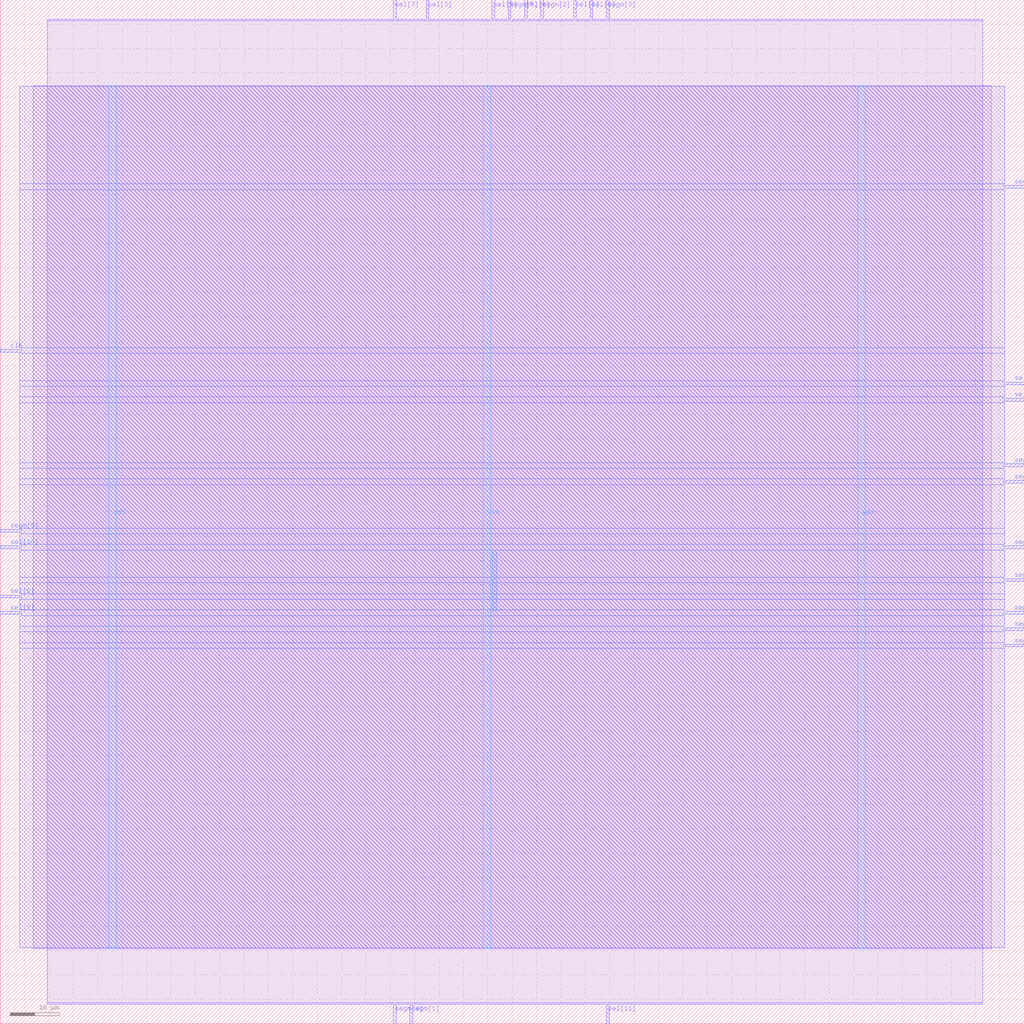
<source format=lef>
VERSION 5.7 ;
  NOWIREEXTENSIONATPIN ON ;
  DIVIDERCHAR "/" ;
  BUSBITCHARS "[]" ;
MACRO ita13
  CLASS BLOCK ;
  FOREIGN ita13 ;
  ORIGIN 0.000 0.000 ;
  SIZE 210.000 BY 210.000 ;
  PIN clk
    DIRECTION INPUT ;
    USE SIGNAL ;
    ANTENNAGATEAREA 4.738000 ;
    ANTENNADIFFAREA 0.410400 ;
    PORT
      LAYER Metal3 ;
        RECT 0.000 137.760 4.000 138.320 ;
    END
  END clk
  PIN segm[0]
    DIRECTION OUTPUT TRISTATE ;
    USE SIGNAL ;
    ANTENNADIFFAREA 0.360800 ;
    PORT
      LAYER Metal3 ;
        RECT 206.000 171.360 210.000 171.920 ;
    END
  END segm[0]
  PIN segm[10]
    DIRECTION OUTPUT TRISTATE ;
    USE SIGNAL ;
    ANTENNADIFFAREA 4.731200 ;
    PORT
      LAYER Metal3 ;
        RECT 206.000 90.720 210.000 91.280 ;
    END
  END segm[10]
  PIN segm[11]
    DIRECTION OUTPUT TRISTATE ;
    USE SIGNAL ;
    ANTENNADIFFAREA 4.731200 ;
    PORT
      LAYER Metal3 ;
        RECT 206.000 114.240 210.000 114.800 ;
    END
  END segm[11]
  PIN segm[12]
    DIRECTION OUTPUT TRISTATE ;
    USE SIGNAL ;
    ANTENNADIFFAREA 4.731200 ;
    PORT
      LAYER Metal3 ;
        RECT 206.000 84.000 210.000 84.560 ;
    END
  END segm[12]
  PIN segm[13]
    DIRECTION OUTPUT TRISTATE ;
    USE SIGNAL ;
    ANTENNADIFFAREA 4.731200 ;
    PORT
      LAYER Metal3 ;
        RECT 206.000 110.880 210.000 111.440 ;
    END
  END segm[13]
  PIN segm[1]
    DIRECTION OUTPUT TRISTATE ;
    USE SIGNAL ;
    ANTENNADIFFAREA 4.731200 ;
    PORT
      LAYER Metal2 ;
        RECT 84.000 0.000 84.560 4.000 ;
    END
  END segm[1]
  PIN segm[2]
    DIRECTION OUTPUT TRISTATE ;
    USE SIGNAL ;
    ANTENNADIFFAREA 4.731200 ;
    PORT
      LAYER Metal2 ;
        RECT 110.880 206.000 111.440 210.000 ;
    END
  END segm[2]
  PIN segm[3]
    DIRECTION OUTPUT TRISTATE ;
    USE SIGNAL ;
    ANTENNADIFFAREA 4.731200 ;
    PORT
      LAYER Metal2 ;
        RECT 124.320 206.000 124.880 210.000 ;
    END
  END segm[3]
  PIN segm[4]
    DIRECTION OUTPUT TRISTATE ;
    USE SIGNAL ;
    ANTENNADIFFAREA 4.731200 ;
    PORT
      LAYER Metal2 ;
        RECT 80.640 0.000 81.200 4.000 ;
    END
  END segm[4]
  PIN segm[5]
    DIRECTION OUTPUT TRISTATE ;
    USE SIGNAL ;
    ANTENNADIFFAREA 4.731200 ;
    PORT
      LAYER Metal2 ;
        RECT 104.160 206.000 104.720 210.000 ;
    END
  END segm[5]
  PIN segm[6]
    DIRECTION OUTPUT TRISTATE ;
    USE SIGNAL ;
    ANTENNADIFFAREA 4.731200 ;
    PORT
      LAYER Metal3 ;
        RECT 206.000 77.280 210.000 77.840 ;
    END
  END segm[6]
  PIN segm[7]
    DIRECTION OUTPUT TRISTATE ;
    USE SIGNAL ;
    ANTENNADIFFAREA 4.731200 ;
    PORT
      LAYER Metal3 ;
        RECT 206.000 80.640 210.000 81.200 ;
    END
  END segm[7]
  PIN segm[8]
    DIRECTION OUTPUT TRISTATE ;
    USE SIGNAL ;
    ANTENNADIFFAREA 4.731200 ;
    PORT
      LAYER Metal3 ;
        RECT 206.000 97.440 210.000 98.000 ;
    END
  END segm[8]
  PIN segm[9]
    DIRECTION OUTPUT TRISTATE ;
    USE SIGNAL ;
    ANTENNADIFFAREA 4.731200 ;
    PORT
      LAYER Metal3 ;
        RECT 0.000 100.800 4.000 101.360 ;
    END
  END segm[9]
  PIN sel[0]
    DIRECTION OUTPUT TRISTATE ;
    USE SIGNAL ;
    ANTENNADIFFAREA 4.731200 ;
    PORT
      LAYER Metal2 ;
        RECT 107.520 206.000 108.080 210.000 ;
    END
  END sel[0]
  PIN sel[10]
    DIRECTION OUTPUT TRISTATE ;
    USE SIGNAL ;
    ANTENNADIFFAREA 4.731200 ;
    PORT
      LAYER Metal3 ;
        RECT 0.000 97.440 4.000 98.000 ;
    END
  END sel[10]
  PIN sel[11]
    DIRECTION OUTPUT TRISTATE ;
    USE SIGNAL ;
    ANTENNADIFFAREA 4.731200 ;
    PORT
      LAYER Metal2 ;
        RECT 124.320 0.000 124.880 4.000 ;
    END
  END sel[11]
  PIN sel[1]
    DIRECTION OUTPUT TRISTATE ;
    USE SIGNAL ;
    ANTENNADIFFAREA 4.731200 ;
    PORT
      LAYER Metal2 ;
        RECT 117.600 206.000 118.160 210.000 ;
    END
  END sel[1]
  PIN sel[2]
    DIRECTION OUTPUT TRISTATE ;
    USE SIGNAL ;
    ANTENNADIFFAREA 4.731200 ;
    PORT
      LAYER Metal3 ;
        RECT 206.000 127.680 210.000 128.240 ;
    END
  END sel[2]
  PIN sel[3]
    DIRECTION OUTPUT TRISTATE ;
    USE SIGNAL ;
    ANTENNADIFFAREA 4.731200 ;
    PORT
      LAYER Metal2 ;
        RECT 87.360 206.000 87.920 210.000 ;
    END
  END sel[3]
  PIN sel[4]
    DIRECTION OUTPUT TRISTATE ;
    USE SIGNAL ;
    ANTENNADIFFAREA 4.731200 ;
    PORT
      LAYER Metal3 ;
        RECT 206.000 131.040 210.000 131.600 ;
    END
  END sel[4]
  PIN sel[5]
    DIRECTION OUTPUT TRISTATE ;
    USE SIGNAL ;
    ANTENNADIFFAREA 4.731200 ;
    PORT
      LAYER Metal3 ;
        RECT 0.000 84.000 4.000 84.560 ;
    END
  END sel[5]
  PIN sel[6]
    DIRECTION OUTPUT TRISTATE ;
    USE SIGNAL ;
    ANTENNADIFFAREA 4.731200 ;
    PORT
      LAYER Metal3 ;
        RECT 0.000 87.360 4.000 87.920 ;
    END
  END sel[6]
  PIN sel[7]
    DIRECTION OUTPUT TRISTATE ;
    USE SIGNAL ;
    ANTENNADIFFAREA 4.731200 ;
    PORT
      LAYER Metal2 ;
        RECT 80.640 206.000 81.200 210.000 ;
    END
  END sel[7]
  PIN sel[8]
    DIRECTION OUTPUT TRISTATE ;
    USE SIGNAL ;
    ANTENNADIFFAREA 4.731200 ;
    PORT
      LAYER Metal2 ;
        RECT 100.800 206.000 101.360 210.000 ;
    END
  END sel[8]
  PIN sel[9]
    DIRECTION OUTPUT TRISTATE ;
    USE SIGNAL ;
    ANTENNADIFFAREA 4.731200 ;
    PORT
      LAYER Metal2 ;
        RECT 120.960 206.000 121.520 210.000 ;
    END
  END sel[9]
  PIN vdd
    DIRECTION INOUT ;
    USE POWER ;
    PORT
      LAYER Metal4 ;
        RECT 22.240 15.380 23.840 192.380 ;
    END
    PORT
      LAYER Metal4 ;
        RECT 175.840 15.380 177.440 192.380 ;
    END
  END vdd
  PIN vss
    DIRECTION INOUT ;
    USE GROUND ;
    PORT
      LAYER Metal4 ;
        RECT 99.040 15.380 100.640 192.380 ;
    END
  END vss
  OBS
      LAYER Metal1 ;
        RECT 6.720 15.380 203.280 192.380 ;
      LAYER Metal2 ;
        RECT 9.660 205.700 80.340 206.000 ;
        RECT 81.500 205.700 87.060 206.000 ;
        RECT 88.220 205.700 100.500 206.000 ;
        RECT 101.660 205.700 103.860 206.000 ;
        RECT 105.020 205.700 107.220 206.000 ;
        RECT 108.380 205.700 110.580 206.000 ;
        RECT 111.740 205.700 117.300 206.000 ;
        RECT 118.460 205.700 120.660 206.000 ;
        RECT 121.820 205.700 124.020 206.000 ;
        RECT 125.180 205.700 201.460 206.000 ;
        RECT 9.660 4.300 201.460 205.700 ;
        RECT 9.660 4.000 80.340 4.300 ;
        RECT 81.500 4.000 83.700 4.300 ;
        RECT 84.860 4.000 124.020 4.300 ;
        RECT 125.180 4.000 201.460 4.300 ;
      LAYER Metal3 ;
        RECT 4.000 172.220 206.000 192.220 ;
        RECT 4.000 171.060 205.700 172.220 ;
        RECT 4.000 138.620 206.000 171.060 ;
        RECT 4.300 137.460 206.000 138.620 ;
        RECT 4.000 131.900 206.000 137.460 ;
        RECT 4.000 130.740 205.700 131.900 ;
        RECT 4.000 128.540 206.000 130.740 ;
        RECT 4.000 127.380 205.700 128.540 ;
        RECT 4.000 115.100 206.000 127.380 ;
        RECT 4.000 113.940 205.700 115.100 ;
        RECT 4.000 111.740 206.000 113.940 ;
        RECT 4.000 110.580 205.700 111.740 ;
        RECT 4.000 101.660 206.000 110.580 ;
        RECT 4.300 100.500 206.000 101.660 ;
        RECT 4.000 98.300 206.000 100.500 ;
        RECT 4.300 97.140 205.700 98.300 ;
        RECT 4.000 91.580 206.000 97.140 ;
        RECT 4.000 90.420 205.700 91.580 ;
        RECT 4.000 88.220 206.000 90.420 ;
        RECT 4.300 87.060 206.000 88.220 ;
        RECT 4.000 84.860 206.000 87.060 ;
        RECT 4.300 83.700 205.700 84.860 ;
        RECT 4.000 81.500 206.000 83.700 ;
        RECT 4.000 80.340 205.700 81.500 ;
        RECT 4.000 78.140 206.000 80.340 ;
        RECT 4.000 76.980 205.700 78.140 ;
        RECT 4.000 15.540 206.000 76.980 ;
      LAYER Metal4 ;
        RECT 100.940 84.650 101.780 96.790 ;
  END
END ita13
END LIBRARY


</source>
